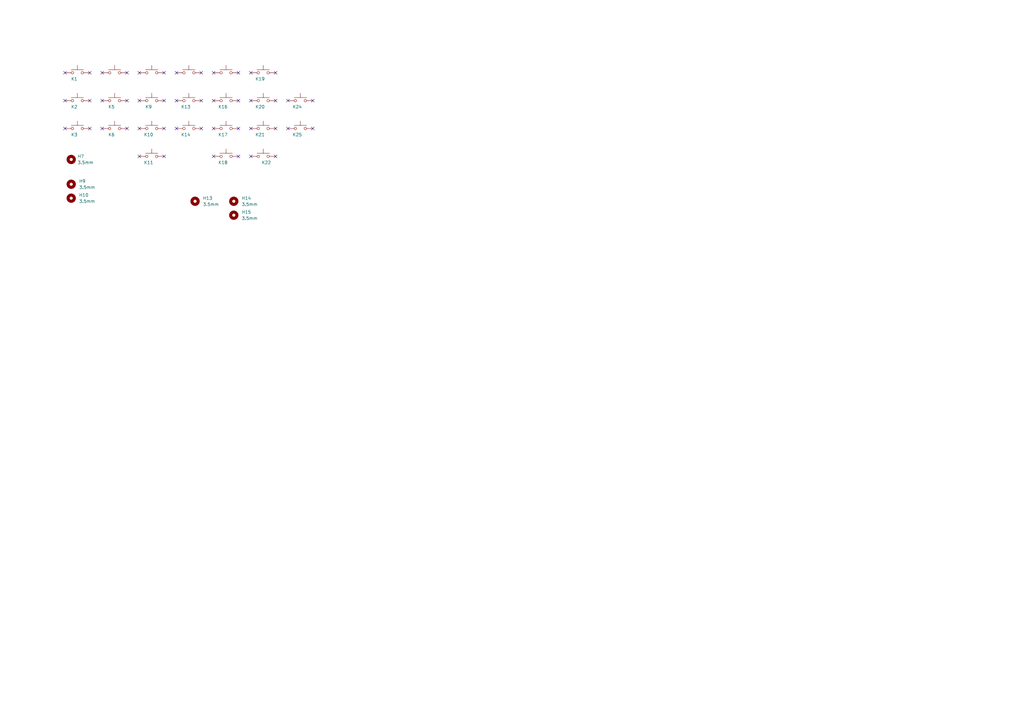
<source format=kicad_sch>
(kicad_sch (version 20230121) (generator eeschema)
  (paper "A3")
  (lib_symbols
    (symbol "Mechanical:MountingHole" (pin_names (offset 1.016))
      (property "Reference" "H" (at 0 5.08 0))
      (property "Value" "MountingHole" (at 0 3.175 0))
      (symbol "MountingHole_0_1"
        (circle (center 0 0) (radius 1.27) (stroke (width 1.27)))
      )
    )
    (symbol "Switch:SW_Push" (pin_numbers hide) (pin_names (offset 1.016) hide)
      (property "Reference" "SW" (at 1.27 2.54 0))
      (property "Value" "SW_Push" (at 0 -1.524 0))
      (symbol "SW_Push_0_1"
        (circle (center -2.032 0) (radius 0.508))
        (polyline (pts (xy 0 1.27) (xy 0 3.048)))
        (polyline (pts (xy 2.54 1.27) (xy -2.54 1.27)))
        (circle (center 2.032 0) (radius 0.508))
        (pin passive line (at -5.08 0 0) (length 2.54) (name "1") (number "1"))
        (pin passive line (at 5.08 0 180) (length 2.54) (name "2") (number "2"))
      )
    )
  )
  (no_connect (at 113.03 29.845))
  (no_connect (at 82.55 29.845))
  (no_connect (at 26.67 52.705))
  (no_connect (at 72.39 52.705))
  (no_connect (at 36.83 52.705))
  (no_connect (at 102.87 29.845))
  (no_connect (at 87.63 41.275))
  (no_connect (at 57.15 52.705))
  (no_connect (at 102.87 64.135))
  (no_connect (at 72.39 29.845))
  (no_connect (at 52.07 29.845))
  (no_connect (at 52.07 41.275))
  (no_connect (at 41.91 52.705))
  (no_connect (at 67.31 52.705))
  (no_connect (at 118.11 52.705))
  (no_connect (at 36.83 41.275))
  (no_connect (at 72.39 41.275))
  (no_connect (at 36.83 29.845))
  (no_connect (at 87.63 52.705))
  (no_connect (at 113.03 41.275))
  (no_connect (at 57.15 29.845))
  (no_connect (at 97.79 64.135))
  (no_connect (at 57.15 64.135))
  (no_connect (at 67.31 29.845))
  (no_connect (at 67.31 41.275))
  (no_connect (at 26.67 41.275))
  (no_connect (at 113.03 52.705))
  (no_connect (at 67.31 64.135))
  (no_connect (at 82.55 41.275))
  (no_connect (at 41.91 41.275))
  (no_connect (at 41.91 29.845))
  (no_connect (at 128.27 41.275))
  (no_connect (at 52.07 52.705))
  (no_connect (at 97.79 41.275))
  (no_connect (at 118.11 41.275))
  (no_connect (at 102.87 41.275))
  (no_connect (at 26.67 29.845))
  (no_connect (at 97.79 52.705))
  (no_connect (at 82.55 52.705))
  (no_connect (at 102.87 52.705))
  (no_connect (at 87.63 29.845))
  (no_connect (at 113.03 64.135))
  (no_connect (at 57.15 41.275))
  (no_connect (at 128.27 52.705))
  (no_connect (at 97.79 29.845))
  (no_connect (at 87.63 64.135))
  (symbol (lib_id "Switch:SW_Push") (at 107.95 29.845 0) (unit 1)
    (property "Reference" "K19" (at 106.68 32.385 0))
    (property "Value" "SW_Push" (effects hide))
    (property "Footprint" "DreaM117er-keebLibrary:SW_Choc_KLP12_Hotswap_Plated_1.00u" (effects hide))
  )
  (symbol (lib_id "Switch:SW_Push") (at 31.75 52.705 0) (unit 1)
    (property "Reference" "K3" (at 30.48 55.245 0))
    (property "Value" "SW_Push" (effects hide))
    (property "Footprint" "DreaM117er-keebLibrary:SW_Choc_KLP12_Hotswap_Plated_1.00u" (effects hide))
  )
  (symbol (lib_id "Switch:SW_Push") (at 107.95 64.135 0) (mirror y) (unit 1)
    (property "Reference" "K22" (at 109.22 66.675 0))
    (property "Value" "SW_Push" (effects hide))
    (property "Footprint" "DreaM117er-keebLibrary:SW_Choc_KLP12_Hotswap_Plated_1.25u" (effects hide))
  )
  (symbol (lib_id "Switch:SW_Push") (at 92.71 64.135 0) (unit 1)
    (property "Reference" "K18" (at 91.44 66.675 0))
    (property "Value" "SW_Push" (effects hide))
    (property "Footprint" "DreaM117er-keebLibrary:SW_Choc_KLP12_Hotswap_Plated_1.00u" (effects hide))
  )
  (symbol (lib_id "Switch:SW_Push") (at 92.71 52.705 0) (unit 1)
    (property "Reference" "K17" (at 91.44 55.245 0))
    (property "Value" "SW_Push" (effects hide))
    (property "Footprint" "DreaM117er-keebLibrary:SW_Choc_KLP12_Hotswap_Plated_1.00u" (effects hide))
  )
  (symbol (lib_id "Switch:SW_Push") (at 62.23 52.705 0) (unit 1)
    (property "Reference" "K10" (at 60.96 55.245 0))
    (property "Value" "SW_Push" (effects hide))
    (property "Footprint" "DreaM117er-keebLibrary:SW_Choc_KLP12_Hotswap_Plated_1.00u" (effects hide))
  )
  (symbol (lib_id "Switch:SW_Push") (at 62.23 64.135 0) (unit 1)
    (property "Reference" "K11" (at 60.96 66.675 0))
    (property "Value" "SW_Push" (effects hide))
    (property "Footprint" "DreaM117er-keebLibrary:SW_Choc_KLP12_Hotswap_Plated_1.00u" (effects hide))
  )
  (symbol (lib_id "Mechanical:MountingHole") (at 29.21 81.28 0) (unit 1)
    (property "Reference" "H10" (at 32.385 80.01 0) (effects (justify left)))
    (property "Value" "3.5mm" (at 32.385 82.55 0) (effects (justify left)))
    (property "Footprint" "MountingHole:MountingHole_2.2mm_M2_DIN965_Pad" (effects hide))
  )
  (symbol (lib_id "Switch:SW_Push") (at 31.75 41.275 0) (unit 1)
    (property "Reference" "K2" (at 30.48 43.815 0))
    (property "Value" "SW_Push" (effects hide))
    (property "Footprint" "DreaM117er-keebLibrary:SW_Choc_KLP12_Hotswap_Plated_1.00u" (effects hide))
  )
  (symbol (lib_id "Switch:SW_Push") (at 92.71 41.275 0) (unit 1)
    (property "Reference" "K16" (at 91.44 43.815 0))
    (property "Value" "SW_Push" (effects hide))
    (property "Footprint" "DreaM117er-keebLibrary:SW_Choc_KLP12_Hotswap_Plated_1.00u" (effects hide))
  )
  (symbol (lib_id "Mechanical:MountingHole") (at 95.885 88.265 0) (unit 1)
    (property "Reference" "H15" (at 99.06 86.995 0) (effects (justify left)))
    (property "Value" "3.5mm" (at 99.06 89.535 0) (effects (justify left)))
    (property "Footprint" "MountingHole:MountingHole_2.2mm_M2_DIN965_Pad" (effects hide))
  )
  (symbol (lib_id "Switch:SW_Push") (at 92.71 29.845 0) (unit 1)
    (property "Reference" "K15" (effects hide))
    (property "Value" "SW_Push" (effects hide))
    (property "Footprint" "DreaM117er-keebLibrary:SW_Choc_KLP12_Hotswap_Plated_1.00u" (effects hide))
  )
  (symbol (lib_id "Switch:SW_Push") (at 77.47 29.845 0) (unit 1)
    (property "Reference" "K12" (effects hide))
    (property "Value" "SW_Push" (effects hide))
    (property "Footprint" "DreaM117er-keebLibrary:SW_Choc_KLP12_Hotswap_Plated_1.00u" (effects hide))
  )
  (symbol (lib_id "Switch:SW_Push") (at 107.95 52.705 0) (unit 1)
    (property "Reference" "K21" (at 106.68 55.245 0))
    (property "Value" "SW_Push" (effects hide))
    (property "Footprint" "DreaM117er-keebLibrary:SW_Choc_KLP12_Hotswap_Plated_1.00u" (effects hide))
  )
  (symbol (lib_id "Switch:SW_Push") (at 62.23 29.845 0) (unit 1)
    (property "Reference" "K8" (effects hide))
    (property "Value" "SW_Push" (effects hide))
    (property "Footprint" "DreaM117er-keebLibrary:SW_Choc_KLP12_Hotswap_Plated_1.00u" (effects hide))
  )
  (symbol (lib_id "Switch:SW_Push") (at 123.19 41.275 0) (unit 1)
    (property "Reference" "K24" (at 121.92 43.815 0))
    (property "Value" "SW_Push" (effects hide))
    (property "Footprint" "DreaM117er-keebLibrary:SW_Choc_KLP12_Hotswap_Plated_1.00u" (effects hide))
  )
  (symbol (lib_id "Mechanical:MountingHole") (at 95.885 82.55 0) (unit 1)
    (property "Reference" "H14" (at 99.06 81.28 0) (effects (justify left)))
    (property "Value" "3.5mm" (at 99.06 83.82 0) (effects (justify left)))
    (property "Footprint" "MountingHole:MountingHole_2.2mm_M2_DIN965_Pad" (effects hide))
  )
  (symbol (lib_id "Mechanical:MountingHole") (at 29.21 75.565 0) (unit 1)
    (property "Reference" "H9" (at 32.385 74.295 0) (effects (justify left)))
    (property "Value" "3.5mm" (at 32.385 76.835 0) (effects (justify left)))
    (property "Footprint" "MountingHole:MountingHole_2.2mm_M2_DIN965_Pad" (effects hide))
  )
  (symbol (lib_id "Switch:SW_Push") (at 31.75 29.845 0) (unit 1)
    (property "Reference" "K1" (at 30.48 32.385 0))
    (property "Value" "SW_Push" (effects hide))
    (property "Footprint" "DreaM117er-keebLibrary:SW_Choc_KLP12_Hotswap_Plated_1.00u" (effects hide))
  )
  (symbol (lib_id "Switch:SW_Push") (at 46.99 41.275 0) (unit 1)
    (property "Reference" "K5" (at 45.72 43.815 0))
    (property "Value" "SW_Push" (effects hide))
    (property "Footprint" "DreaM117er-keebLibrary:SW_Choc_KLP12_Hotswap_Plated_1.00u" (effects hide))
  )
  (symbol (lib_id "Switch:SW_Push") (at 46.99 29.845 0) (unit 1)
    (property "Reference" "K4" (effects hide))
    (property "Value" "SW_Push" (effects hide))
    (property "Footprint" "DreaM117er-keebLibrary:SW_Choc_KLP12_Hotswap_Plated_1.00u" (effects hide))
  )
  (symbol (lib_id "Mechanical:MountingHole") (at 29.21 65.405 0) (unit 1)
    (property "Reference" "H7" (at 31.75 64.135 0) (effects (justify left)))
    (property "Value" "3.5mm" (at 31.75 66.675 0) (effects (justify left)))
    (property "Footprint" "MountingHole:MountingHole_2.2mm_M2_DIN965_Pad" (effects hide))
  )
  (symbol (lib_id "Switch:SW_Push") (at 123.19 52.705 0) (unit 1)
    (property "Reference" "K25" (at 121.92 55.245 0))
    (property "Value" "SW_Push" (effects hide))
    (property "Footprint" "DreaM117er-keebLibrary:SW_Choc_KLP12_Hotswap_Plated_1.00u" (effects hide))
  )
  (symbol (lib_id "Mechanical:MountingHole") (at 80.01 82.55 0) (unit 1)
    (property "Reference" "H13" (at 83.185 81.28 0) (effects (justify left)))
    (property "Value" "3.5mm" (at 83.185 83.82 0) (effects (justify left)))
    (property "Footprint" "MountingHole:MountingHole_2.2mm_M2_DIN965_Pad" (effects hide))
  )
  (symbol (lib_id "Switch:SW_Push") (at 107.95 41.275 0) (unit 1)
    (property "Reference" "K20" (at 106.68 43.815 0))
    (property "Value" "SW_Push" (effects hide))
    (property "Footprint" "DreaM117er-keebLibrary:SW_Choc_KLP12_Hotswap_Plated_1.00u" (effects hide))
  )
  (symbol (lib_id "Switch:SW_Push") (at 46.99 52.705 0) (unit 1)
    (property "Reference" "K6" (at 45.72 55.245 0))
    (property "Value" "SW_Push" (effects hide))
    (property "Footprint" "DreaM117er-keebLibrary:SW_Choc_KLP12_Hotswap_Plated_1.00u" (effects hide))
  )
  (symbol (lib_id "Switch:SW_Push") (at 62.23 41.275 0) (unit 1)
    (property "Reference" "K9" (at 60.96 43.815 0))
    (property "Value" "SW_Push" (effects hide))
    (property "Footprint" "DreaM117er-keebLibrary:SW_Choc_KLP12_Hotswap_Plated_1.00u" (effects hide))
  )
  (symbol (lib_id "Switch:SW_Push") (at 77.47 41.275 0) (unit 1)
    (property "Reference" "K13" (at 76.2 43.815 0))
    (property "Value" "SW_Push" (effects hide))
    (property "Footprint" "DreaM117er-keebLibrary:SW_Choc_KLP12_Hotswap_Plated_1.00u" (effects hide))
  )
  (symbol (lib_id "Switch:SW_Push") (at 77.47 52.705 0) (unit 1)
    (property "Reference" "K14" (at 76.2 55.245 0))
    (property "Value" "SW_Push" (effects hide))
    (property "Footprint" "DreaM117er-keebLibrary:SW_Choc_KLP12_Hotswap_Plated_1.00u" (effects hide))
  )
)
</source>
